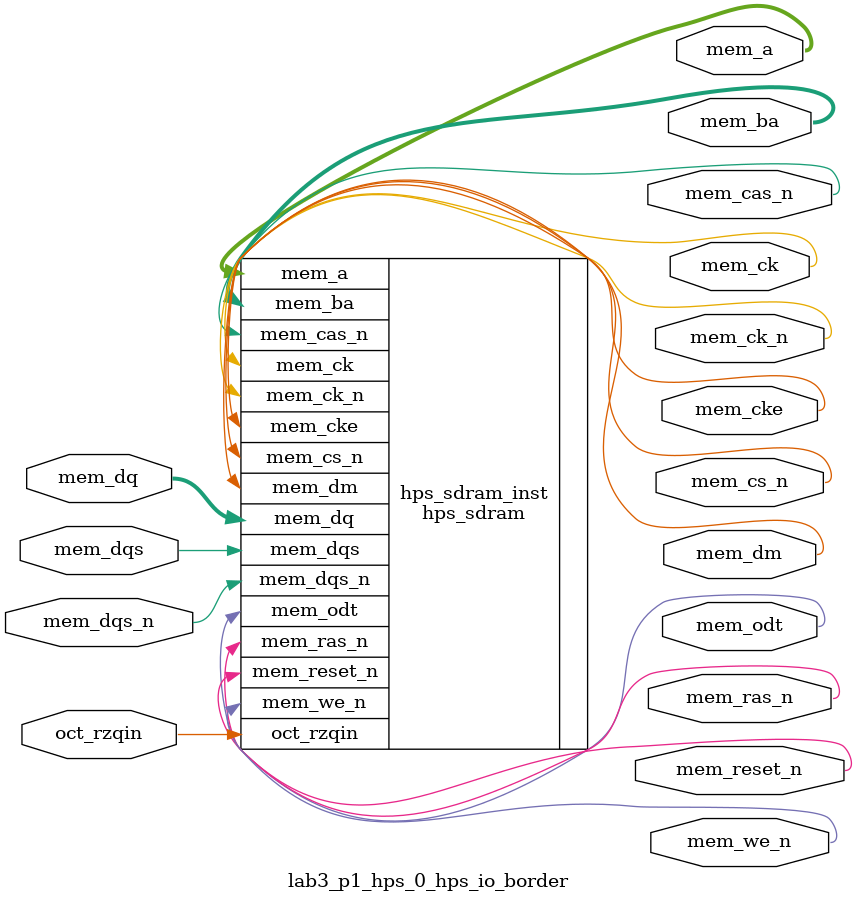
<source format=sv>


module lab3_p1_hps_0_hps_io_border(
// memory
  output wire [13 - 1 : 0 ] mem_a
 ,output wire [3 - 1 : 0 ] mem_ba
 ,output wire [1 - 1 : 0 ] mem_ck
 ,output wire [1 - 1 : 0 ] mem_ck_n
 ,output wire [1 - 1 : 0 ] mem_cke
 ,output wire [1 - 1 : 0 ] mem_cs_n
 ,output wire [1 - 1 : 0 ] mem_ras_n
 ,output wire [1 - 1 : 0 ] mem_cas_n
 ,output wire [1 - 1 : 0 ] mem_we_n
 ,output wire [1 - 1 : 0 ] mem_reset_n
 ,inout wire [8 - 1 : 0 ] mem_dq
 ,inout wire [1 - 1 : 0 ] mem_dqs
 ,inout wire [1 - 1 : 0 ] mem_dqs_n
 ,output wire [1 - 1 : 0 ] mem_odt
 ,output wire [1 - 1 : 0 ] mem_dm
 ,input wire [1 - 1 : 0 ] oct_rzqin
);


hps_sdram hps_sdram_inst(
 .mem_dq({
    mem_dq[7:0] // 7:0
  })
,.mem_odt({
    mem_odt[0:0] // 0:0
  })
,.mem_ras_n({
    mem_ras_n[0:0] // 0:0
  })
,.mem_dqs_n({
    mem_dqs_n[0:0] // 0:0
  })
,.mem_dqs({
    mem_dqs[0:0] // 0:0
  })
,.mem_dm({
    mem_dm[0:0] // 0:0
  })
,.mem_we_n({
    mem_we_n[0:0] // 0:0
  })
,.mem_cas_n({
    mem_cas_n[0:0] // 0:0
  })
,.mem_ba({
    mem_ba[2:0] // 2:0
  })
,.mem_a({
    mem_a[12:0] // 12:0
  })
,.mem_cs_n({
    mem_cs_n[0:0] // 0:0
  })
,.mem_ck({
    mem_ck[0:0] // 0:0
  })
,.mem_cke({
    mem_cke[0:0] // 0:0
  })
,.oct_rzqin({
    oct_rzqin[0:0] // 0:0
  })
,.mem_reset_n({
    mem_reset_n[0:0] // 0:0
  })
,.mem_ck_n({
    mem_ck_n[0:0] // 0:0
  })
);

endmodule


</source>
